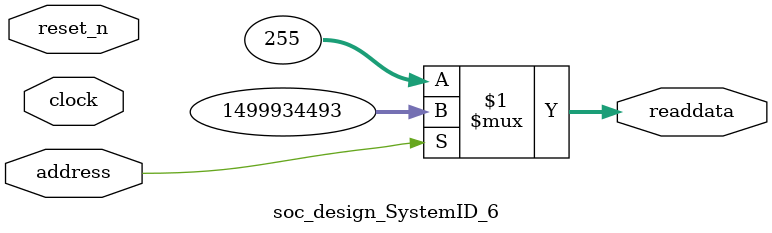
<source format=v>
module soc_design_SystemID_6 (
                address,
                clock,
                reset_n,
                readdata
             )
;
  output  [ 31: 0] readdata;
  input            address;
  input            clock;
  input            reset_n;
  wire    [ 31: 0] readdata;
  assign readdata = address ? 1499934493 : 255;
endmodule
</source>
